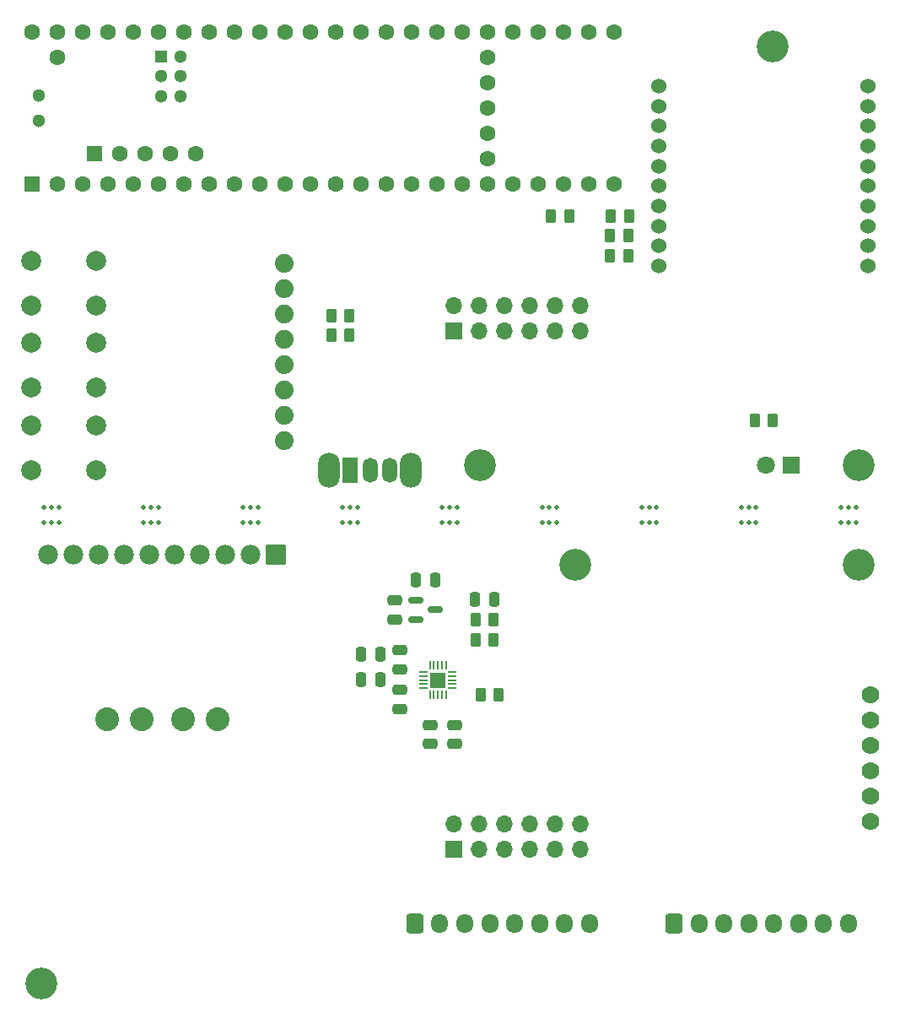
<source format=gbr>
%TF.GenerationSoftware,KiCad,Pcbnew,8.0.8*%
%TF.CreationDate,2025-03-04T17:08:21-05:00*%
%TF.ProjectId,board_AB,626f6172-645f-4414-922e-6b696361645f,rev?*%
%TF.SameCoordinates,Original*%
%TF.FileFunction,Soldermask,Top*%
%TF.FilePolarity,Negative*%
%FSLAX46Y46*%
G04 Gerber Fmt 4.6, Leading zero omitted, Abs format (unit mm)*
G04 Created by KiCad (PCBNEW 8.0.8) date 2025-03-04 17:08:21*
%MOMM*%
%LPD*%
G01*
G04 APERTURE LIST*
G04 Aperture macros list*
%AMRoundRect*
0 Rectangle with rounded corners*
0 $1 Rounding radius*
0 $2 $3 $4 $5 $6 $7 $8 $9 X,Y pos of 4 corners*
0 Add a 4 corners polygon primitive as box body*
4,1,4,$2,$3,$4,$5,$6,$7,$8,$9,$2,$3,0*
0 Add four circle primitives for the rounded corners*
1,1,$1+$1,$2,$3*
1,1,$1+$1,$4,$5*
1,1,$1+$1,$6,$7*
1,1,$1+$1,$8,$9*
0 Add four rect primitives between the rounded corners*
20,1,$1+$1,$2,$3,$4,$5,0*
20,1,$1+$1,$4,$5,$6,$7,0*
20,1,$1+$1,$6,$7,$8,$9,0*
20,1,$1+$1,$8,$9,$2,$3,0*%
G04 Aperture macros list end*
%ADD10R,1.700000X1.700000*%
%ADD11O,1.700000X1.700000*%
%ADD12RoundRect,0.250000X0.475000X-0.250000X0.475000X0.250000X-0.475000X0.250000X-0.475000X-0.250000X0*%
%ADD13R,1.800000X1.800000*%
%ADD14C,1.800000*%
%ADD15RoundRect,0.250000X0.262500X0.450000X-0.262500X0.450000X-0.262500X-0.450000X0.262500X-0.450000X0*%
%ADD16C,3.200000*%
%ADD17RoundRect,0.250000X0.250000X0.475000X-0.250000X0.475000X-0.250000X-0.475000X0.250000X-0.475000X0*%
%ADD18O,2.200000X3.500000*%
%ADD19R,1.500000X2.500000*%
%ADD20O,1.500000X2.500000*%
%ADD21RoundRect,0.101600X-0.889000X0.889000X-0.889000X-0.889000X0.889000X-0.889000X0.889000X0.889000X0*%
%ADD22C,1.981200*%
%ADD23C,2.387600*%
%ADD24C,0.500000*%
%ADD25C,2.000000*%
%ADD26RoundRect,0.050000X-0.375000X-0.050000X0.375000X-0.050000X0.375000X0.050000X-0.375000X0.050000X0*%
%ADD27RoundRect,0.050000X-0.050000X-0.375000X0.050000X-0.375000X0.050000X0.375000X-0.050000X0.375000X0*%
%ADD28R,1.650000X1.650000*%
%ADD29C,1.778000*%
%ADD30RoundRect,0.150000X-0.587500X-0.150000X0.587500X-0.150000X0.587500X0.150000X-0.587500X0.150000X0*%
%ADD31RoundRect,0.250000X-0.262500X-0.450000X0.262500X-0.450000X0.262500X0.450000X-0.262500X0.450000X0*%
%ADD32C,1.524000*%
%ADD33RoundRect,0.250000X-0.475000X0.250000X-0.475000X-0.250000X0.475000X-0.250000X0.475000X0.250000X0*%
%ADD34RoundRect,0.250000X-0.250000X-0.475000X0.250000X-0.475000X0.250000X0.475000X-0.250000X0.475000X0*%
%ADD35RoundRect,0.250000X-0.600000X-0.725000X0.600000X-0.725000X0.600000X0.725000X-0.600000X0.725000X0*%
%ADD36O,1.700000X1.950000*%
%ADD37C,1.879600*%
%ADD38R,1.600000X1.600000*%
%ADD39C,1.600000*%
%ADD40R,1.300000X1.300000*%
%ADD41C,1.300000*%
G04 APERTURE END LIST*
D10*
%TO.C,J2*%
X148880000Y-104540000D03*
D11*
X148880000Y-102000000D03*
X151420000Y-104540000D03*
X151420000Y-102000000D03*
X153960000Y-104540000D03*
X153960000Y-102000000D03*
X156500000Y-104540000D03*
X156500000Y-102000000D03*
X159040000Y-104540000D03*
X159040000Y-102000000D03*
X161580000Y-104540000D03*
X161580000Y-102000000D03*
%TD*%
D12*
%TO.C,FB1*%
X143500000Y-86450000D03*
X143500000Y-84550000D03*
%TD*%
D13*
%TO.C,D1*%
X182775000Y-66000000D03*
D14*
X180235000Y-66000000D03*
%TD*%
D15*
%TO.C,R6*%
X166412500Y-45000000D03*
X164587500Y-45000000D03*
%TD*%
D12*
%TO.C,C6*%
X143500000Y-90450000D03*
X143500000Y-88550000D03*
%TD*%
D15*
%TO.C,R5*%
X138412500Y-53000000D03*
X136587500Y-53000000D03*
%TD*%
D16*
%TO.C,H2*%
X151500000Y-66000000D03*
%TD*%
D17*
%TO.C,C1*%
X147000000Y-77500000D03*
X145100000Y-77500000D03*
%TD*%
D18*
%TO.C,SW1*%
X136400000Y-66500000D03*
X144600000Y-66500000D03*
D19*
X138500000Y-66500000D03*
D20*
X140500000Y-66500000D03*
X142500000Y-66500000D03*
%TD*%
D17*
%TO.C,C5*%
X152950000Y-79500000D03*
X151050000Y-79500000D03*
%TD*%
D15*
%TO.C,R7*%
X166412500Y-43000000D03*
X164587500Y-43000000D03*
%TD*%
D21*
%TO.C,U4*%
X131000000Y-75000000D03*
D22*
X128460000Y-75000000D03*
X125920000Y-75000000D03*
X123380000Y-75000000D03*
X120840000Y-75000000D03*
X118300000Y-75000000D03*
X115760000Y-75000000D03*
X113220000Y-75000000D03*
X110680000Y-75000000D03*
X108140000Y-75000000D03*
D23*
X125180000Y-91510000D03*
X121680000Y-91510000D03*
X117560000Y-91510000D03*
X114060000Y-91510000D03*
%TD*%
D24*
%TO.C,mouse-bite-2mm-slot2*%
X127750000Y-70250000D03*
X127750000Y-71750000D03*
X128500000Y-70250000D03*
X128500000Y-71750000D03*
X129250000Y-70250000D03*
X129250000Y-71750000D03*
%TD*%
D25*
%TO.C,SW4*%
X106500000Y-62000000D03*
X113000000Y-62000000D03*
X106500000Y-66500000D03*
X113000000Y-66500000D03*
%TD*%
D26*
%TO.C,U6*%
X145850000Y-86750000D03*
X145850000Y-87150000D03*
X145850000Y-87550000D03*
X145850000Y-87950000D03*
X145850000Y-88350000D03*
D27*
X146500000Y-89000000D03*
X146900000Y-89000000D03*
X147300000Y-89000000D03*
X147700000Y-89000000D03*
X148100000Y-89000000D03*
D26*
X148750000Y-88350000D03*
X148750000Y-87950000D03*
X148750000Y-87550000D03*
X148750000Y-87150000D03*
X148750000Y-86750000D03*
D27*
X148100000Y-86100000D03*
X147700000Y-86100000D03*
X147300000Y-86100000D03*
X146900000Y-86100000D03*
X146500000Y-86100000D03*
D28*
X147300000Y-87550000D03*
%TD*%
D12*
%TO.C,C2*%
X143000000Y-81450000D03*
X143000000Y-79550000D03*
%TD*%
D16*
%TO.C,H5*%
X161100000Y-76000000D03*
%TD*%
D15*
%TO.C,R8*%
X166500000Y-41000000D03*
X164675000Y-41000000D03*
%TD*%
D24*
%TO.C,mouse-bite-2mm-slot4*%
X147750000Y-70250000D03*
X147750000Y-71750000D03*
X148500000Y-70250000D03*
X148500000Y-71750000D03*
X149250000Y-70250000D03*
X149250000Y-71750000D03*
%TD*%
D29*
%TO.C,U7*%
X190690000Y-89015000D03*
X190690000Y-91555000D03*
X190690000Y-94095000D03*
X190690000Y-96635000D03*
X190690000Y-99175000D03*
X190690000Y-101715000D03*
%TD*%
D16*
%TO.C,H3*%
X180900000Y-24000000D03*
%TD*%
%TO.C,H6*%
X107500000Y-118000000D03*
%TD*%
D30*
%TO.C,U5*%
X145125000Y-79550000D03*
X145125000Y-81450000D03*
X147000000Y-80500000D03*
%TD*%
D25*
%TO.C,SW3*%
X106500000Y-53750000D03*
X113000000Y-53750000D03*
X106500000Y-58250000D03*
X113000000Y-58250000D03*
%TD*%
D31*
%TO.C,R9*%
X179087500Y-61500000D03*
X180912500Y-61500000D03*
%TD*%
D24*
%TO.C,mouse-bite-2mm-slot8*%
X187750000Y-70250000D03*
X187750000Y-71750000D03*
X188500000Y-70250000D03*
X188500000Y-71750000D03*
X189250000Y-70250000D03*
X189250000Y-71750000D03*
%TD*%
%TO.C,mouse-bite-2mm-slot5*%
X157750000Y-70250000D03*
X157750000Y-71750000D03*
X158500000Y-70250000D03*
X158500000Y-71750000D03*
X159250000Y-70250000D03*
X159250000Y-71750000D03*
%TD*%
D16*
%TO.C,H1*%
X189500000Y-66000000D03*
%TD*%
D32*
%TO.C,U3*%
X190500000Y-46000000D03*
X190500000Y-44000000D03*
X190500000Y-42000000D03*
X190500000Y-40000000D03*
X190500000Y-38000000D03*
X190500000Y-36000000D03*
X190500000Y-34000000D03*
X190500000Y-32000000D03*
X190500000Y-30000000D03*
X190500000Y-28000000D03*
X169500000Y-28000000D03*
X169500000Y-30000000D03*
X169500000Y-32000000D03*
X169500000Y-34000000D03*
X169500000Y-36000000D03*
X169500000Y-38000000D03*
X169500000Y-40000000D03*
X169500000Y-42000000D03*
X169500000Y-44000000D03*
X169500000Y-46000000D03*
%TD*%
D33*
%TO.C,C7*%
X146500000Y-92050000D03*
X146500000Y-93950000D03*
%TD*%
D15*
%TO.C,R2*%
X152912500Y-81500000D03*
X151087500Y-81500000D03*
%TD*%
D34*
%TO.C,C4*%
X139600000Y-85000000D03*
X141500000Y-85000000D03*
%TD*%
D24*
%TO.C,mouse-bite-2mm-slot7*%
X177750000Y-70250000D03*
X177750000Y-71750000D03*
X178500000Y-70250000D03*
X178500000Y-71750000D03*
X179250000Y-70250000D03*
X179250000Y-71750000D03*
%TD*%
D34*
%TO.C,C3*%
X139600000Y-87500000D03*
X141500000Y-87500000D03*
%TD*%
D24*
%TO.C,mouse-bite-2mm-slot6*%
X167750000Y-70250000D03*
X167750000Y-71750000D03*
X168500000Y-70250000D03*
X168500000Y-71750000D03*
X169250000Y-70250000D03*
X169250000Y-71750000D03*
%TD*%
D15*
%TO.C,R1*%
X152912500Y-83500000D03*
X151087500Y-83500000D03*
%TD*%
%TO.C,R10*%
X160500000Y-41000000D03*
X158675000Y-41000000D03*
%TD*%
D35*
%TO.C,J3*%
X145000000Y-111980000D03*
D36*
X147500000Y-111980000D03*
X150000000Y-111980000D03*
X152500000Y-111980000D03*
X155000000Y-111980000D03*
X157500000Y-111980000D03*
X160000000Y-111980000D03*
X162500000Y-111980000D03*
%TD*%
D24*
%TO.C,mouse-bite-2mm-slot*%
X107750000Y-70250000D03*
X107750000Y-71750000D03*
X108500000Y-70250000D03*
X108500000Y-71750000D03*
X109250000Y-70250000D03*
X109250000Y-71750000D03*
%TD*%
D33*
%TO.C,C8*%
X149000000Y-92050000D03*
X149000000Y-93950000D03*
%TD*%
D37*
%TO.C,U2*%
X131885000Y-63540000D03*
X131885000Y-61000000D03*
X131885000Y-58460000D03*
X131885000Y-55920000D03*
X131885000Y-53380000D03*
X131885000Y-50840000D03*
X131885000Y-48300000D03*
X131885000Y-45760000D03*
%TD*%
D24*
%TO.C,mouse-bite-2mm-slot3*%
X137750000Y-70250000D03*
X137750000Y-71750000D03*
X138500000Y-70250000D03*
X138500000Y-71750000D03*
X139250000Y-70250000D03*
X139250000Y-71750000D03*
%TD*%
%TO.C,mouse-bite-2mm-slot1*%
X117750000Y-70250000D03*
X117750000Y-71750000D03*
X118500000Y-70250000D03*
X118500000Y-71750000D03*
X119250000Y-70250000D03*
X119250000Y-71750000D03*
%TD*%
D35*
%TO.C,J4*%
X171000000Y-112000000D03*
D36*
X173500000Y-112000000D03*
X176000000Y-112000000D03*
X178500000Y-112000000D03*
X181000000Y-112000000D03*
X183500000Y-112000000D03*
X186000000Y-112000000D03*
X188500000Y-112000000D03*
%TD*%
D25*
%TO.C,SW2*%
X106500000Y-45500000D03*
X113000000Y-45500000D03*
X106500000Y-50000000D03*
X113000000Y-50000000D03*
%TD*%
D31*
%TO.C,R4*%
X136587500Y-51000000D03*
X138412500Y-51000000D03*
%TD*%
D38*
%TO.C,U1*%
X106530000Y-37801600D03*
D39*
X109070000Y-37801600D03*
X111610000Y-37801600D03*
X114150000Y-37801600D03*
X116690000Y-37801600D03*
X119230000Y-37801600D03*
X121770000Y-37801600D03*
X124310000Y-37801600D03*
X126850000Y-37801600D03*
X129390000Y-37801600D03*
X131930000Y-37801600D03*
X134470000Y-37801600D03*
X137010000Y-37801600D03*
X139550000Y-37801600D03*
X142090000Y-37801600D03*
X144630000Y-37801600D03*
X147170000Y-37801600D03*
X149710000Y-37801600D03*
X152250000Y-37801600D03*
X154790000Y-37801600D03*
X157330000Y-37801600D03*
X159870000Y-37801600D03*
X162410000Y-37801600D03*
X164950000Y-37801600D03*
X164950000Y-22561600D03*
X162410000Y-22561600D03*
X159870000Y-22561600D03*
X157330000Y-22561600D03*
X154790000Y-22561600D03*
X152250000Y-22561600D03*
X149710000Y-22561600D03*
X147170000Y-22561600D03*
X144630000Y-22561600D03*
X142090000Y-22561600D03*
X139550000Y-22561600D03*
X137010000Y-22561600D03*
X134470000Y-22561600D03*
X131930000Y-22561600D03*
X129390000Y-22561600D03*
X126850000Y-22561600D03*
X124310000Y-22561600D03*
X121770000Y-22561600D03*
X119230000Y-22561600D03*
X116690000Y-22561600D03*
X114150000Y-22561600D03*
X111610000Y-22561600D03*
X109070000Y-22561600D03*
X106530000Y-22561600D03*
X109070000Y-25101600D03*
X152250000Y-35261600D03*
X152250000Y-32721600D03*
X152250000Y-30181600D03*
X152250000Y-27641600D03*
X152250000Y-25101600D03*
D38*
X112829200Y-34750800D03*
D39*
X115369200Y-34750800D03*
X117909200Y-34750800D03*
X120449200Y-34750800D03*
X122989200Y-34750800D03*
D40*
X119500000Y-25000000D03*
D41*
X119500000Y-27000000D03*
X119500000Y-29000000D03*
X121500000Y-29000000D03*
X121500000Y-27000000D03*
X121500000Y-25000000D03*
X107260000Y-28911600D03*
X107260000Y-31451600D03*
%TD*%
D10*
%TO.C,J1*%
X148880000Y-52540000D03*
D11*
X148880000Y-50000000D03*
X151420000Y-52540000D03*
X151420000Y-50000000D03*
X153960000Y-52540000D03*
X153960000Y-50000000D03*
X156500000Y-52540000D03*
X156500000Y-50000000D03*
X159040000Y-52540000D03*
X159040000Y-50000000D03*
X161580000Y-52540000D03*
X161580000Y-50000000D03*
%TD*%
D16*
%TO.C,H4*%
X189500000Y-76000000D03*
%TD*%
D31*
%TO.C,R3*%
X151587500Y-89000000D03*
X153412500Y-89000000D03*
%TD*%
M02*

</source>
